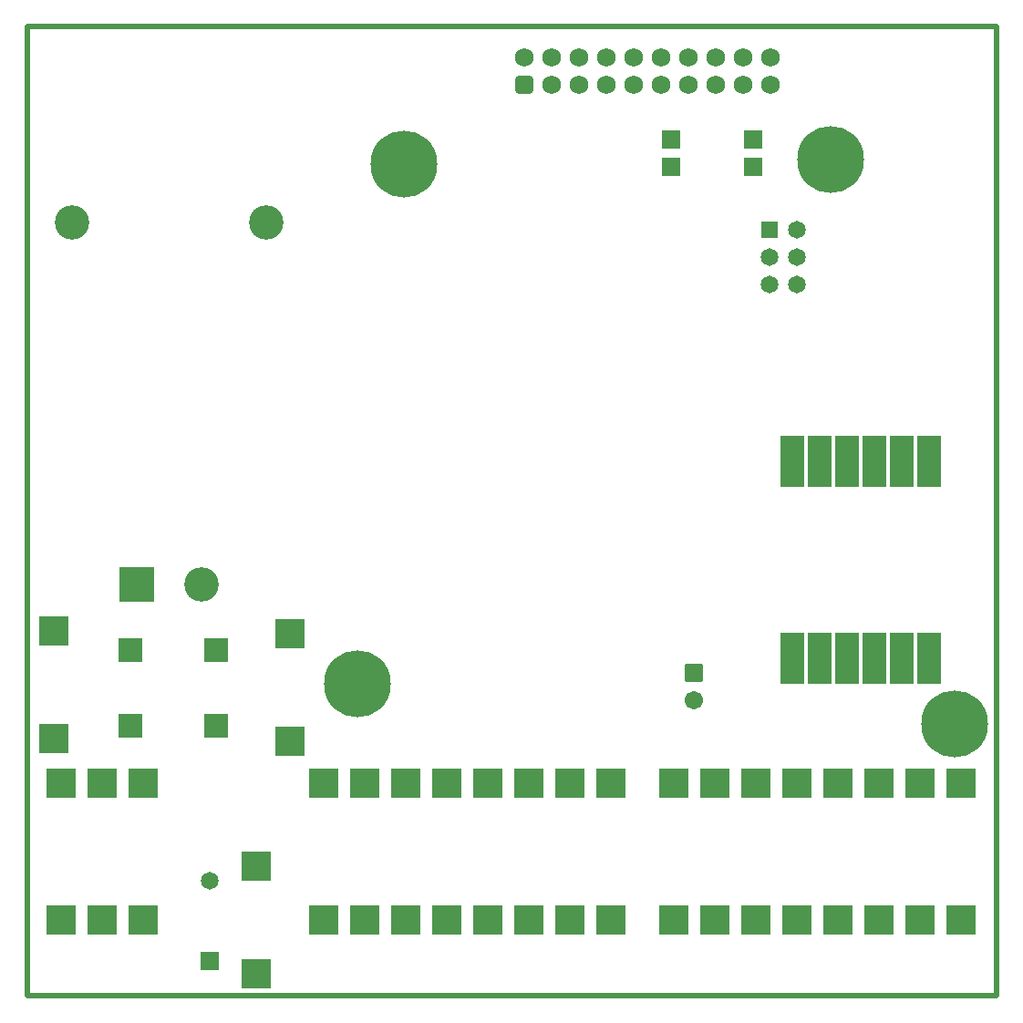
<source format=gbs>
G04*
G04 #@! TF.GenerationSoftware,Altium Limited,Altium Designer,21.2.0 (30)*
G04*
G04 Layer_Color=16711935*
%FSLAX44Y44*%
%MOMM*%
G71*
G04*
G04 #@! TF.SameCoordinates,3859F847-68DD-49E8-8EE8-84FD9F862EB9*
G04*
G04*
G04 #@! TF.FilePolarity,Negative*
G04*
G01*
G75*
%ADD10C,0.5000*%
%ADD85R,3.2032X3.2032*%
%ADD86C,3.2032*%
%ADD87R,2.7032X2.7032*%
%ADD88R,2.7032X2.7032*%
%ADD89R,2.1844X4.7752*%
G04:AMPARAMS|DCode=90|XSize=1.7032mm|YSize=1.7032mm|CornerRadius=0.1541mm|HoleSize=0mm|Usage=FLASHONLY|Rotation=270.000|XOffset=0mm|YOffset=0mm|HoleType=Round|Shape=RoundedRectangle|*
%AMROUNDEDRECTD90*
21,1,1.7032,1.3950,0,0,270.0*
21,1,1.3950,1.7032,0,0,270.0*
1,1,0.3082,-0.6975,-0.6975*
1,1,0.3082,-0.6975,0.6975*
1,1,0.3082,0.6975,0.6975*
1,1,0.3082,0.6975,-0.6975*
%
%ADD90ROUNDEDRECTD90*%
%ADD91C,1.7032*%
%ADD92C,6.2032*%
%ADD93R,2.2032X2.2032*%
%ADD94R,1.6500X1.6500*%
%ADD95C,1.6500*%
%ADD96R,1.8032X1.8032*%
%ADD97C,1.7532*%
G04:AMPARAMS|DCode=98|XSize=1.7532mm|YSize=1.7532mm|CornerRadius=0.4891mm|HoleSize=0mm|Usage=FLASHONLY|Rotation=0.000|XOffset=0mm|YOffset=0mm|HoleType=Round|Shape=RoundedRectangle|*
%AMROUNDEDRECTD98*
21,1,1.7532,0.7750,0,0,0.0*
21,1,0.7750,1.7532,0,0,0.0*
1,1,0.9782,0.3875,-0.3875*
1,1,0.9782,-0.3875,-0.3875*
1,1,0.9782,-0.3875,0.3875*
1,1,0.9782,0.3875,0.3875*
%
%ADD98ROUNDEDRECTD98*%
%ADD99C,1.6510*%
%ADD100R,1.6510X1.6510*%
D10*
X0Y900000D02*
X900000D01*
X0Y0D02*
X900000D01*
X0D02*
Y900000D01*
X900000D02*
X900000Y0D01*
D85*
X101900Y382200D02*
D03*
D86*
X161900D02*
D03*
X41900Y718200D02*
D03*
X221900D02*
D03*
D87*
X791000Y70800D02*
D03*
X867200D02*
D03*
X829100D02*
D03*
X867200Y197800D02*
D03*
X600500Y70800D02*
D03*
X752900D02*
D03*
X714800D02*
D03*
X676700D02*
D03*
X638600D02*
D03*
X600500Y197800D02*
D03*
X752900D02*
D03*
X714800D02*
D03*
X676700D02*
D03*
X638600D02*
D03*
X829100D02*
D03*
X791000D02*
D03*
X31500Y70800D02*
D03*
X107700D02*
D03*
X69600D02*
D03*
X31500Y197800D02*
D03*
X107700D02*
D03*
X69600D02*
D03*
X465800D02*
D03*
X503900D02*
D03*
X313400D02*
D03*
X351500D02*
D03*
X389600D02*
D03*
X427700D02*
D03*
X275300D02*
D03*
X313400Y70800D02*
D03*
X351500D02*
D03*
X389600D02*
D03*
X427700D02*
D03*
X275300D02*
D03*
X542000Y197800D02*
D03*
X503900Y70800D02*
D03*
X542000D02*
D03*
X465800D02*
D03*
D88*
X25100Y239000D02*
D03*
Y339000D02*
D03*
X244400Y236300D02*
D03*
Y336300D02*
D03*
X212400Y120900D02*
D03*
Y20900D02*
D03*
D89*
X837700Y496500D02*
D03*
X812300D02*
D03*
X786900D02*
D03*
X761500D02*
D03*
X736100D02*
D03*
X710700D02*
D03*
X837700Y313300D02*
D03*
X812300D02*
D03*
X786900D02*
D03*
X761500D02*
D03*
X736100D02*
D03*
X710700D02*
D03*
D90*
X619300Y299600D02*
D03*
D91*
Y274200D02*
D03*
D92*
X306400Y290000D02*
D03*
X861200Y252300D02*
D03*
X746200Y776400D02*
D03*
X350100Y772600D02*
D03*
D93*
X95600Y250900D02*
D03*
Y320900D02*
D03*
X175600D02*
D03*
Y250900D02*
D03*
D94*
X689700Y711800D02*
D03*
D95*
X715100D02*
D03*
X715100Y686400D02*
D03*
X689700Y661000D02*
D03*
X715100D02*
D03*
X689700Y686400D02*
D03*
D96*
X674500Y795300D02*
D03*
Y769900D02*
D03*
X598300Y795300D02*
D03*
Y769900D02*
D03*
D97*
X690000Y871700D02*
D03*
X664600D02*
D03*
X639200D02*
D03*
X613800D02*
D03*
X588400D02*
D03*
X563000D02*
D03*
X537600D02*
D03*
X512200D02*
D03*
X486800D02*
D03*
X461400D02*
D03*
X690000Y846300D02*
D03*
X664600D02*
D03*
X639200D02*
D03*
X613800D02*
D03*
X588400D02*
D03*
X563000D02*
D03*
X537600D02*
D03*
X512200D02*
D03*
X486800D02*
D03*
D98*
X461400D02*
D03*
D99*
X169600Y107100D02*
D03*
D100*
Y32100D02*
D03*
M02*

</source>
